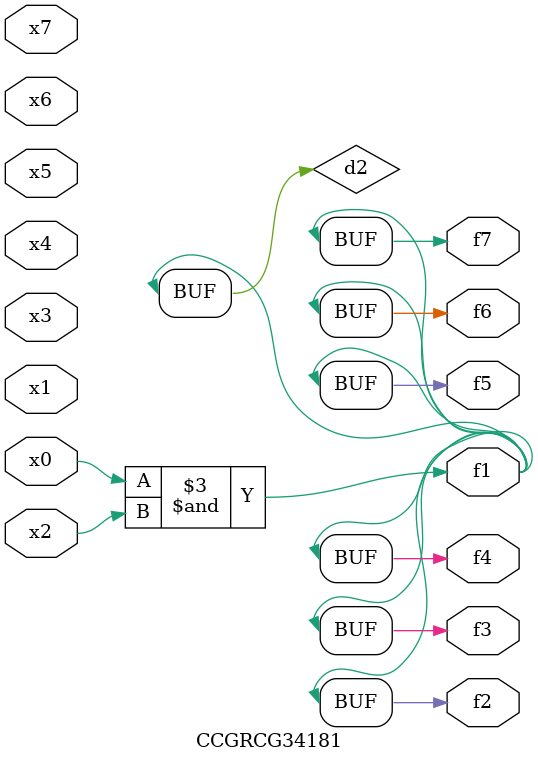
<source format=v>
module CCGRCG34181(
	input x0, x1, x2, x3, x4, x5, x6, x7,
	output f1, f2, f3, f4, f5, f6, f7
);

	wire d1, d2;

	nor (d1, x3, x6);
	and (d2, x0, x2);
	assign f1 = d2;
	assign f2 = d2;
	assign f3 = d2;
	assign f4 = d2;
	assign f5 = d2;
	assign f6 = d2;
	assign f7 = d2;
endmodule

</source>
